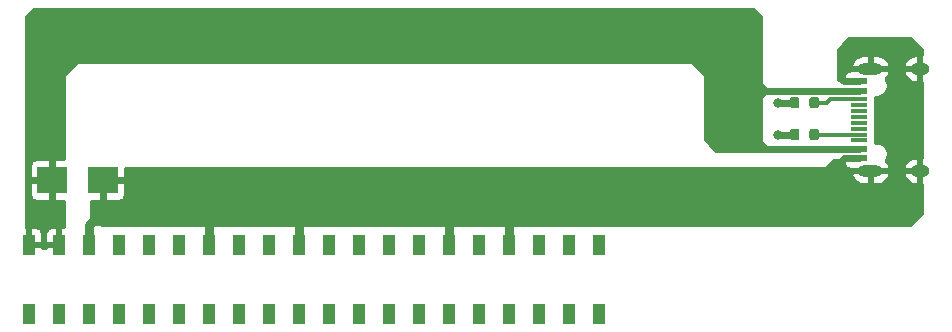
<source format=gtl>
G04 #@! TF.GenerationSoftware,KiCad,Pcbnew,(5.1.5)-3*
G04 #@! TF.CreationDate,2021-11-01T10:18:24+01:00*
G04 #@! TF.ProjectId,rp4b-power-adapter,72703462-2d70-46f7-9765-722d61646170,rev?*
G04 #@! TF.SameCoordinates,PX5f5e100PY6052340*
G04 #@! TF.FileFunction,Copper,L1,Top*
G04 #@! TF.FilePolarity,Positive*
%FSLAX46Y46*%
G04 Gerber Fmt 4.6, Leading zero omitted, Abs format (unit mm)*
G04 Created by KiCad (PCBNEW (5.1.5)-3) date 2021-11-01 10:18:24*
%MOMM*%
%LPD*%
G04 APERTURE LIST*
%ADD10R,1.020000X1.780000*%
%ADD11C,0.100000*%
%ADD12R,2.500000X2.300000*%
%ADD13R,1.450000X0.600000*%
%ADD14R,1.450000X0.300000*%
%ADD15O,2.100000X1.000000*%
%ADD16O,1.600000X1.000000*%
%ADD17C,0.800000*%
%ADD18C,0.600000*%
%ADD19C,0.800000*%
%ADD20C,0.300000*%
%ADD21C,0.400000*%
G04 APERTURE END LIST*
D10*
X49630000Y7410000D03*
X47090000Y7410000D03*
X44550000Y7410000D03*
X42010000Y7410000D03*
X39470000Y7410000D03*
X36930000Y7410000D03*
X34390000Y7410000D03*
X31850000Y7410000D03*
X29310000Y7410000D03*
X26770000Y7410000D03*
X24230000Y7410000D03*
X21690000Y7410000D03*
X19150000Y7410000D03*
X16610000Y7410000D03*
X14070000Y7410000D03*
X11530000Y7410000D03*
X8990000Y7410000D03*
X6450000Y7410000D03*
X3910000Y7410000D03*
X1370000Y7410000D03*
X49630000Y1590000D03*
X47090000Y1590000D03*
X44550000Y1590000D03*
X42010000Y1590000D03*
X39470000Y1590000D03*
X36930000Y1590000D03*
X34390000Y1590000D03*
X31850000Y1590000D03*
X29310000Y1590000D03*
X26770000Y1590000D03*
X24230000Y1590000D03*
X21690000Y1590000D03*
X19150000Y1590000D03*
X16610000Y1590000D03*
X14070000Y1590000D03*
X11530000Y1590000D03*
X8990000Y1590000D03*
X6450000Y1590000D03*
X3910000Y1590000D03*
X1370000Y1590000D03*
G04 #@! TA.AperFunction,SMDPad,CuDef*
D11*
G36*
X66444603Y17224037D02*
G01*
X66464018Y17221157D01*
X66483057Y17216388D01*
X66501537Y17209776D01*
X66519279Y17201384D01*
X66536114Y17191294D01*
X66551879Y17179602D01*
X66566421Y17166421D01*
X66579602Y17151879D01*
X66591294Y17136114D01*
X66601384Y17119279D01*
X66609776Y17101537D01*
X66616388Y17083057D01*
X66621157Y17064018D01*
X66624037Y17044603D01*
X66625000Y17025000D01*
X66625000Y16475000D01*
X66624037Y16455397D01*
X66621157Y16435982D01*
X66616388Y16416943D01*
X66609776Y16398463D01*
X66601384Y16380721D01*
X66591294Y16363886D01*
X66579602Y16348121D01*
X66566421Y16333579D01*
X66551879Y16320398D01*
X66536114Y16308706D01*
X66519279Y16298616D01*
X66501537Y16290224D01*
X66483057Y16283612D01*
X66464018Y16278843D01*
X66444603Y16275963D01*
X66425000Y16275000D01*
X66025000Y16275000D01*
X66005397Y16275963D01*
X65985982Y16278843D01*
X65966943Y16283612D01*
X65948463Y16290224D01*
X65930721Y16298616D01*
X65913886Y16308706D01*
X65898121Y16320398D01*
X65883579Y16333579D01*
X65870398Y16348121D01*
X65858706Y16363886D01*
X65848616Y16380721D01*
X65840224Y16398463D01*
X65833612Y16416943D01*
X65828843Y16435982D01*
X65825963Y16455397D01*
X65825000Y16475000D01*
X65825000Y17025000D01*
X65825963Y17044603D01*
X65828843Y17064018D01*
X65833612Y17083057D01*
X65840224Y17101537D01*
X65848616Y17119279D01*
X65858706Y17136114D01*
X65870398Y17151879D01*
X65883579Y17166421D01*
X65898121Y17179602D01*
X65913886Y17191294D01*
X65930721Y17201384D01*
X65948463Y17209776D01*
X65966943Y17216388D01*
X65985982Y17221157D01*
X66005397Y17224037D01*
X66025000Y17225000D01*
X66425000Y17225000D01*
X66444603Y17224037D01*
G37*
G04 #@! TD.AperFunction*
G04 #@! TA.AperFunction,SMDPad,CuDef*
G36*
X68094603Y17224037D02*
G01*
X68114018Y17221157D01*
X68133057Y17216388D01*
X68151537Y17209776D01*
X68169279Y17201384D01*
X68186114Y17191294D01*
X68201879Y17179602D01*
X68216421Y17166421D01*
X68229602Y17151879D01*
X68241294Y17136114D01*
X68251384Y17119279D01*
X68259776Y17101537D01*
X68266388Y17083057D01*
X68271157Y17064018D01*
X68274037Y17044603D01*
X68275000Y17025000D01*
X68275000Y16475000D01*
X68274037Y16455397D01*
X68271157Y16435982D01*
X68266388Y16416943D01*
X68259776Y16398463D01*
X68251384Y16380721D01*
X68241294Y16363886D01*
X68229602Y16348121D01*
X68216421Y16333579D01*
X68201879Y16320398D01*
X68186114Y16308706D01*
X68169279Y16298616D01*
X68151537Y16290224D01*
X68133057Y16283612D01*
X68114018Y16278843D01*
X68094603Y16275963D01*
X68075000Y16275000D01*
X67675000Y16275000D01*
X67655397Y16275963D01*
X67635982Y16278843D01*
X67616943Y16283612D01*
X67598463Y16290224D01*
X67580721Y16298616D01*
X67563886Y16308706D01*
X67548121Y16320398D01*
X67533579Y16333579D01*
X67520398Y16348121D01*
X67508706Y16363886D01*
X67498616Y16380721D01*
X67490224Y16398463D01*
X67483612Y16416943D01*
X67478843Y16435982D01*
X67475963Y16455397D01*
X67475000Y16475000D01*
X67475000Y17025000D01*
X67475963Y17044603D01*
X67478843Y17064018D01*
X67483612Y17083057D01*
X67490224Y17101537D01*
X67498616Y17119279D01*
X67508706Y17136114D01*
X67520398Y17151879D01*
X67533579Y17166421D01*
X67548121Y17179602D01*
X67563886Y17191294D01*
X67580721Y17201384D01*
X67598463Y17209776D01*
X67616943Y17216388D01*
X67635982Y17221157D01*
X67655397Y17224037D01*
X67675000Y17225000D01*
X68075000Y17225000D01*
X68094603Y17224037D01*
G37*
G04 #@! TD.AperFunction*
G04 #@! TA.AperFunction,SMDPad,CuDef*
G36*
X66444603Y19924037D02*
G01*
X66464018Y19921157D01*
X66483057Y19916388D01*
X66501537Y19909776D01*
X66519279Y19901384D01*
X66536114Y19891294D01*
X66551879Y19879602D01*
X66566421Y19866421D01*
X66579602Y19851879D01*
X66591294Y19836114D01*
X66601384Y19819279D01*
X66609776Y19801537D01*
X66616388Y19783057D01*
X66621157Y19764018D01*
X66624037Y19744603D01*
X66625000Y19725000D01*
X66625000Y19175000D01*
X66624037Y19155397D01*
X66621157Y19135982D01*
X66616388Y19116943D01*
X66609776Y19098463D01*
X66601384Y19080721D01*
X66591294Y19063886D01*
X66579602Y19048121D01*
X66566421Y19033579D01*
X66551879Y19020398D01*
X66536114Y19008706D01*
X66519279Y18998616D01*
X66501537Y18990224D01*
X66483057Y18983612D01*
X66464018Y18978843D01*
X66444603Y18975963D01*
X66425000Y18975000D01*
X66025000Y18975000D01*
X66005397Y18975963D01*
X65985982Y18978843D01*
X65966943Y18983612D01*
X65948463Y18990224D01*
X65930721Y18998616D01*
X65913886Y19008706D01*
X65898121Y19020398D01*
X65883579Y19033579D01*
X65870398Y19048121D01*
X65858706Y19063886D01*
X65848616Y19080721D01*
X65840224Y19098463D01*
X65833612Y19116943D01*
X65828843Y19135982D01*
X65825963Y19155397D01*
X65825000Y19175000D01*
X65825000Y19725000D01*
X65825963Y19744603D01*
X65828843Y19764018D01*
X65833612Y19783057D01*
X65840224Y19801537D01*
X65848616Y19819279D01*
X65858706Y19836114D01*
X65870398Y19851879D01*
X65883579Y19866421D01*
X65898121Y19879602D01*
X65913886Y19891294D01*
X65930721Y19901384D01*
X65948463Y19909776D01*
X65966943Y19916388D01*
X65985982Y19921157D01*
X66005397Y19924037D01*
X66025000Y19925000D01*
X66425000Y19925000D01*
X66444603Y19924037D01*
G37*
G04 #@! TD.AperFunction*
G04 #@! TA.AperFunction,SMDPad,CuDef*
G36*
X68094603Y19924037D02*
G01*
X68114018Y19921157D01*
X68133057Y19916388D01*
X68151537Y19909776D01*
X68169279Y19901384D01*
X68186114Y19891294D01*
X68201879Y19879602D01*
X68216421Y19866421D01*
X68229602Y19851879D01*
X68241294Y19836114D01*
X68251384Y19819279D01*
X68259776Y19801537D01*
X68266388Y19783057D01*
X68271157Y19764018D01*
X68274037Y19744603D01*
X68275000Y19725000D01*
X68275000Y19175000D01*
X68274037Y19155397D01*
X68271157Y19135982D01*
X68266388Y19116943D01*
X68259776Y19098463D01*
X68251384Y19080721D01*
X68241294Y19063886D01*
X68229602Y19048121D01*
X68216421Y19033579D01*
X68201879Y19020398D01*
X68186114Y19008706D01*
X68169279Y18998616D01*
X68151537Y18990224D01*
X68133057Y18983612D01*
X68114018Y18978843D01*
X68094603Y18975963D01*
X68075000Y18975000D01*
X67675000Y18975000D01*
X67655397Y18975963D01*
X67635982Y18978843D01*
X67616943Y18983612D01*
X67598463Y18990224D01*
X67580721Y18998616D01*
X67563886Y19008706D01*
X67548121Y19020398D01*
X67533579Y19033579D01*
X67520398Y19048121D01*
X67508706Y19063886D01*
X67498616Y19080721D01*
X67490224Y19098463D01*
X67483612Y19116943D01*
X67478843Y19135982D01*
X67475963Y19155397D01*
X67475000Y19175000D01*
X67475000Y19725000D01*
X67475963Y19744603D01*
X67478843Y19764018D01*
X67483612Y19783057D01*
X67490224Y19801537D01*
X67498616Y19819279D01*
X67508706Y19836114D01*
X67520398Y19851879D01*
X67533579Y19866421D01*
X67548121Y19879602D01*
X67563886Y19891294D01*
X67580721Y19901384D01*
X67598463Y19909776D01*
X67616943Y19916388D01*
X67635982Y19921157D01*
X67655397Y19924037D01*
X67675000Y19925000D01*
X68075000Y19925000D01*
X68094603Y19924037D01*
G37*
G04 #@! TD.AperFunction*
D12*
X7650000Y12900000D03*
X3350000Y12900000D03*
D13*
X71705000Y21250000D03*
X71705000Y20450000D03*
X71705000Y15550000D03*
X71705000Y14750000D03*
X71705000Y14750000D03*
X71705000Y15550000D03*
X71705000Y20450000D03*
X71705000Y21250000D03*
D14*
X71705000Y16250000D03*
X71705000Y16750000D03*
X71705000Y17250000D03*
X71705000Y18250000D03*
X71705000Y18750000D03*
X71705000Y19250000D03*
X71705000Y19750000D03*
X71705000Y17750000D03*
D15*
X72620000Y22320000D03*
X72620000Y13680000D03*
D16*
X76800000Y13680000D03*
X76800000Y22320000D03*
D17*
X64800000Y16750000D03*
X64800000Y19450000D03*
D18*
X66225000Y16750000D02*
X64800000Y16750000D01*
X70380000Y14750000D02*
X69630000Y14000000D01*
X71705000Y14750000D02*
X70380000Y14750000D01*
X70380000Y21250000D02*
X70100000Y21530000D01*
X71705000Y21250000D02*
X70380000Y21250000D01*
X66225000Y19450000D02*
X64800000Y19450000D01*
D19*
X6450000Y7410000D02*
X6450000Y9100000D01*
X6900000Y9550000D02*
X6900000Y10200000D01*
X6500000Y9100000D02*
X6600000Y9200000D01*
X6450000Y9100000D02*
X6500000Y9100000D01*
X6600000Y9200000D02*
X6900000Y9550000D01*
X6600000Y9200000D02*
X6800000Y9400000D01*
X6800000Y9400000D02*
X8100000Y9400000D01*
X16610000Y9100000D02*
X16600000Y9110000D01*
X16610000Y7410000D02*
X16610000Y9100000D01*
X24230000Y9100000D02*
X24250000Y9120000D01*
X24230000Y7410000D02*
X24230000Y9100000D01*
X36930000Y7410000D02*
X36930000Y9100000D01*
X42010000Y9100000D02*
X42000000Y9110000D01*
X42010000Y7410000D02*
X42010000Y9100000D01*
X16610000Y9100000D02*
X16610000Y9610000D01*
X24230000Y9100000D02*
X24230000Y9520000D01*
X42010000Y9100000D02*
X42010000Y9590000D01*
X36930000Y9100000D02*
X36930000Y9530000D01*
D18*
X63750000Y15550000D02*
X63200000Y16100000D01*
X71705000Y20450000D02*
X63750000Y20450000D01*
X63750000Y20450000D02*
X63200000Y21000000D01*
X63750000Y20450000D02*
X63200000Y19900000D01*
X62350000Y15550000D02*
X62800000Y16000000D01*
X71705000Y15550000D02*
X62350000Y15550000D01*
D20*
X71705000Y19750000D02*
X69250000Y19750000D01*
X68950000Y19450000D02*
X67875000Y19450000D01*
X69250000Y19750000D02*
X68950000Y19450000D01*
X71705000Y16750000D02*
X67875000Y16750000D01*
D21*
G36*
X4300000Y14760417D02*
G01*
X3581000Y14758000D01*
X3404000Y14581000D01*
X3404000Y12954000D01*
X3424000Y12954000D01*
X3424000Y12846000D01*
X3404000Y12846000D01*
X3404000Y11219000D01*
X3581000Y11042000D01*
X4300000Y11039583D01*
X4300000Y9009952D01*
X4141000Y9008000D01*
X3964000Y8831000D01*
X3964000Y7464000D01*
X3984000Y7464000D01*
X3984000Y7356000D01*
X3964000Y7356000D01*
X3964000Y7336000D01*
X3856000Y7336000D01*
X3856000Y7356000D01*
X2869000Y7356000D01*
X2713000Y7200000D01*
X2567000Y7200000D01*
X2411000Y7356000D01*
X1424000Y7356000D01*
X1424000Y7336000D01*
X1316000Y7336000D01*
X1316000Y7356000D01*
X1296000Y7356000D01*
X1296000Y7464000D01*
X1316000Y7464000D01*
X1316000Y8831000D01*
X1424000Y8831000D01*
X1424000Y7464000D01*
X2411000Y7464000D01*
X2588000Y7641000D01*
X2591426Y8300000D01*
X2688574Y8300000D01*
X2692000Y7641000D01*
X2869000Y7464000D01*
X3856000Y7464000D01*
X3856000Y8831000D01*
X3679000Y9008000D01*
X3400000Y9011426D01*
X3261208Y8997756D01*
X3127749Y8957272D01*
X3004753Y8891529D01*
X2896946Y8803054D01*
X2808471Y8695247D01*
X2742728Y8572251D01*
X2702244Y8438792D01*
X2688574Y8300000D01*
X2591426Y8300000D01*
X2577756Y8438792D01*
X2537272Y8572251D01*
X2471529Y8695247D01*
X2383054Y8803054D01*
X2275247Y8891529D01*
X2152251Y8957272D01*
X2018792Y8997756D01*
X1880000Y9011426D01*
X1601000Y9008000D01*
X1424000Y8831000D01*
X1316000Y8831000D01*
X1200000Y8947000D01*
X1200000Y11750000D01*
X1388574Y11750000D01*
X1402244Y11611208D01*
X1442728Y11477749D01*
X1508471Y11354753D01*
X1596946Y11246946D01*
X1704753Y11158471D01*
X1827749Y11092728D01*
X1961208Y11052244D01*
X2100000Y11038574D01*
X3119000Y11042000D01*
X3296000Y11219000D01*
X3296000Y12846000D01*
X1569000Y12846000D01*
X1392000Y12669000D01*
X1388574Y11750000D01*
X1200000Y11750000D01*
X1200000Y14050000D01*
X1388574Y14050000D01*
X1392000Y13131000D01*
X1569000Y12954000D01*
X3296000Y12954000D01*
X3296000Y14581000D01*
X3119000Y14758000D01*
X2100000Y14761426D01*
X1961208Y14747756D01*
X1827749Y14707272D01*
X1704753Y14641529D01*
X1596946Y14553054D01*
X1508471Y14445247D01*
X1442728Y14322251D01*
X1402244Y14188792D01*
X1388574Y14050000D01*
X1200000Y14050000D01*
X1200000Y16900000D01*
X4300000Y16900000D01*
X4300000Y14760417D01*
G37*
X4300000Y14760417D02*
X3581000Y14758000D01*
X3404000Y14581000D01*
X3404000Y12954000D01*
X3424000Y12954000D01*
X3424000Y12846000D01*
X3404000Y12846000D01*
X3404000Y11219000D01*
X3581000Y11042000D01*
X4300000Y11039583D01*
X4300000Y9009952D01*
X4141000Y9008000D01*
X3964000Y8831000D01*
X3964000Y7464000D01*
X3984000Y7464000D01*
X3984000Y7356000D01*
X3964000Y7356000D01*
X3964000Y7336000D01*
X3856000Y7336000D01*
X3856000Y7356000D01*
X2869000Y7356000D01*
X2713000Y7200000D01*
X2567000Y7200000D01*
X2411000Y7356000D01*
X1424000Y7356000D01*
X1424000Y7336000D01*
X1316000Y7336000D01*
X1316000Y7356000D01*
X1296000Y7356000D01*
X1296000Y7464000D01*
X1316000Y7464000D01*
X1316000Y8831000D01*
X1424000Y8831000D01*
X1424000Y7464000D01*
X2411000Y7464000D01*
X2588000Y7641000D01*
X2591426Y8300000D01*
X2688574Y8300000D01*
X2692000Y7641000D01*
X2869000Y7464000D01*
X3856000Y7464000D01*
X3856000Y8831000D01*
X3679000Y9008000D01*
X3400000Y9011426D01*
X3261208Y8997756D01*
X3127749Y8957272D01*
X3004753Y8891529D01*
X2896946Y8803054D01*
X2808471Y8695247D01*
X2742728Y8572251D01*
X2702244Y8438792D01*
X2688574Y8300000D01*
X2591426Y8300000D01*
X2577756Y8438792D01*
X2537272Y8572251D01*
X2471529Y8695247D01*
X2383054Y8803054D01*
X2275247Y8891529D01*
X2152251Y8957272D01*
X2018792Y8997756D01*
X1880000Y9011426D01*
X1601000Y9008000D01*
X1424000Y8831000D01*
X1316000Y8831000D01*
X1200000Y8947000D01*
X1200000Y11750000D01*
X1388574Y11750000D01*
X1402244Y11611208D01*
X1442728Y11477749D01*
X1508471Y11354753D01*
X1596946Y11246946D01*
X1704753Y11158471D01*
X1827749Y11092728D01*
X1961208Y11052244D01*
X2100000Y11038574D01*
X3119000Y11042000D01*
X3296000Y11219000D01*
X3296000Y12846000D01*
X1569000Y12846000D01*
X1392000Y12669000D01*
X1388574Y11750000D01*
X1200000Y11750000D01*
X1200000Y14050000D01*
X1388574Y14050000D01*
X1392000Y13131000D01*
X1569000Y12954000D01*
X3296000Y12954000D01*
X3296000Y14581000D01*
X3119000Y14758000D01*
X2100000Y14761426D01*
X1961208Y14747756D01*
X1827749Y14707272D01*
X1704753Y14641529D01*
X1596946Y14553054D01*
X1508471Y14445247D01*
X1442728Y14322251D01*
X1402244Y14188792D01*
X1388574Y14050000D01*
X1200000Y14050000D01*
X1200000Y16900000D01*
X4300000Y16900000D01*
X4300000Y14760417D01*
G36*
X63300000Y26667158D02*
G01*
X63300000Y16332842D01*
X62417158Y15450000D01*
X59582842Y15450000D01*
X58700000Y16332842D01*
X58700000Y21750000D01*
X58696157Y21789018D01*
X58684776Y21826537D01*
X58666294Y21861114D01*
X58641421Y21891421D01*
X57641421Y22891421D01*
X57611114Y22916294D01*
X57576537Y22934776D01*
X57539018Y22946157D01*
X57500000Y22950000D01*
X5500000Y22950000D01*
X5460982Y22946157D01*
X5423463Y22934776D01*
X5388886Y22916294D01*
X5358579Y22891421D01*
X4358579Y21891421D01*
X4333706Y21861114D01*
X4315224Y21826537D01*
X4303843Y21789018D01*
X4300000Y21750000D01*
X4300000Y16832842D01*
X3417158Y15950000D01*
X2082842Y15950000D01*
X1200000Y16832842D01*
X1200000Y26667158D01*
X1799842Y27267000D01*
X62700158Y27267000D01*
X63300000Y26667158D01*
G37*
X63300000Y26667158D02*
X63300000Y16332842D01*
X62417158Y15450000D01*
X59582842Y15450000D01*
X58700000Y16332842D01*
X58700000Y21750000D01*
X58696157Y21789018D01*
X58684776Y21826537D01*
X58666294Y21861114D01*
X58641421Y21891421D01*
X57641421Y22891421D01*
X57611114Y22916294D01*
X57576537Y22934776D01*
X57539018Y22946157D01*
X57500000Y22950000D01*
X5500000Y22950000D01*
X5460982Y22946157D01*
X5423463Y22934776D01*
X5388886Y22916294D01*
X5358579Y22891421D01*
X4358579Y21891421D01*
X4333706Y21861114D01*
X4315224Y21826537D01*
X4303843Y21789018D01*
X4300000Y21750000D01*
X4300000Y16832842D01*
X3417158Y15950000D01*
X2082842Y15950000D01*
X1200000Y16832842D01*
X1200000Y26667158D01*
X1799842Y27267000D01*
X62700158Y27267000D01*
X63300000Y26667158D01*
G36*
X63300000Y15450000D02*
G01*
X62950000Y15450000D01*
X62950000Y16300000D01*
X63300000Y16300000D01*
X63300000Y15450000D01*
G37*
X63300000Y15450000D02*
X62950000Y15450000D01*
X62950000Y16300000D01*
X63300000Y16300000D01*
X63300000Y15450000D01*
G36*
X76900000Y23917158D02*
G01*
X76900000Y23528000D01*
X76854000Y23528000D01*
X76854000Y22374000D01*
X76874000Y22374000D01*
X76874000Y22266000D01*
X76854000Y22266000D01*
X76854000Y21112000D01*
X76900000Y21112000D01*
X76900000Y14888000D01*
X76854000Y14888000D01*
X76854000Y13734000D01*
X76874000Y13734000D01*
X76874000Y13626000D01*
X76854000Y13626000D01*
X76854000Y12472000D01*
X76900000Y12472000D01*
X76900000Y10082842D01*
X76017158Y9200000D01*
X7582842Y9200000D01*
X6700000Y10082842D01*
X6700000Y11039583D01*
X7419000Y11042000D01*
X7596000Y11219000D01*
X7596000Y12846000D01*
X7704000Y12846000D01*
X7704000Y11219000D01*
X7881000Y11042000D01*
X8900000Y11038574D01*
X9038792Y11052244D01*
X9172251Y11092728D01*
X9295247Y11158471D01*
X9403054Y11246946D01*
X9491529Y11354753D01*
X9557272Y11477749D01*
X9597756Y11611208D01*
X9611426Y11750000D01*
X9608000Y12669000D01*
X9431000Y12846000D01*
X7704000Y12846000D01*
X7596000Y12846000D01*
X7576000Y12846000D01*
X7576000Y12954000D01*
X7596000Y12954000D01*
X7596000Y12974000D01*
X7704000Y12974000D01*
X7704000Y12954000D01*
X9431000Y12954000D01*
X9608000Y13131000D01*
X9609144Y13437881D01*
X70886513Y13437881D01*
X70933288Y13267608D01*
X71035583Y13053770D01*
X71177630Y12863998D01*
X71353971Y12705585D01*
X71557828Y12584618D01*
X71781368Y12505746D01*
X72016000Y12472000D01*
X72566000Y12472000D01*
X72566000Y13626000D01*
X72674000Y13626000D01*
X72674000Y12472000D01*
X73224000Y12472000D01*
X73458632Y12505746D01*
X73682172Y12584618D01*
X73886029Y12705585D01*
X74062370Y12863998D01*
X74204417Y13053770D01*
X74306712Y13267608D01*
X74353487Y13437881D01*
X75316513Y13437881D01*
X75363288Y13267608D01*
X75465583Y13053770D01*
X75607630Y12863998D01*
X75783971Y12705585D01*
X75987828Y12584618D01*
X76211368Y12505746D01*
X76446000Y12472000D01*
X76746000Y12472000D01*
X76746000Y13626000D01*
X75470415Y13626000D01*
X75316513Y13437881D01*
X74353487Y13437881D01*
X74199585Y13626000D01*
X72674000Y13626000D01*
X72566000Y13626000D01*
X71040415Y13626000D01*
X70886513Y13437881D01*
X9609144Y13437881D01*
X9610494Y13800000D01*
X68750000Y13800000D01*
X68789018Y13803843D01*
X68826537Y13815224D01*
X68861114Y13833706D01*
X68891421Y13858579D01*
X69574842Y14542000D01*
X70295000Y14542000D01*
X70272000Y14519000D01*
X70268574Y14450000D01*
X70282244Y14311208D01*
X70322728Y14177749D01*
X70388471Y14054753D01*
X70476946Y13946946D01*
X70584753Y13858471D01*
X70707749Y13792728D01*
X70841208Y13752244D01*
X70980000Y13738574D01*
X71036353Y13738965D01*
X71040415Y13734000D01*
X72566000Y13734000D01*
X72566000Y13751969D01*
X72568792Y13752244D01*
X72574581Y13754000D01*
X72674000Y13754000D01*
X72674000Y13734000D01*
X74199585Y13734000D01*
X74353487Y13922119D01*
X75316513Y13922119D01*
X75470415Y13734000D01*
X76746000Y13734000D01*
X76746000Y14888000D01*
X76446000Y14888000D01*
X76211368Y14854254D01*
X75987828Y14775382D01*
X75783971Y14654415D01*
X75607630Y14496002D01*
X75465583Y14306230D01*
X75363288Y14092392D01*
X75316513Y13922119D01*
X74353487Y13922119D01*
X74306712Y14092392D01*
X74204417Y14306230D01*
X74062370Y14496002D01*
X74012220Y14541053D01*
X74065433Y14620691D01*
X74143302Y14808685D01*
X74183000Y15008258D01*
X74183000Y15211742D01*
X74143302Y15411315D01*
X74065433Y15599309D01*
X73952383Y15768499D01*
X73808499Y15912383D01*
X73639309Y16025433D01*
X73451315Y16103302D01*
X73251742Y16143000D01*
X73141425Y16143000D01*
X73141425Y16400000D01*
X73131576Y16500000D01*
X73141425Y16600000D01*
X73141425Y16900000D01*
X73131576Y17000000D01*
X73141425Y17100000D01*
X73141425Y17400000D01*
X73131576Y17500000D01*
X73141425Y17600000D01*
X73141425Y17900000D01*
X73131576Y18000000D01*
X73141425Y18100000D01*
X73141425Y18400000D01*
X73131576Y18500000D01*
X73141425Y18600000D01*
X73141425Y18900000D01*
X73131576Y19000000D01*
X73141425Y19100000D01*
X73141425Y19400000D01*
X73131576Y19500000D01*
X73141425Y19600000D01*
X73141425Y19857000D01*
X73251742Y19857000D01*
X73451315Y19896698D01*
X73639309Y19974567D01*
X73808499Y20087617D01*
X73952383Y20231501D01*
X74065433Y20400691D01*
X74143302Y20588685D01*
X74183000Y20788258D01*
X74183000Y20991742D01*
X74143302Y21191315D01*
X74065433Y21379309D01*
X74012220Y21458947D01*
X74062370Y21503998D01*
X74204417Y21693770D01*
X74306712Y21907608D01*
X74353487Y22077881D01*
X75316513Y22077881D01*
X75363288Y21907608D01*
X75465583Y21693770D01*
X75607630Y21503998D01*
X75783971Y21345585D01*
X75987828Y21224618D01*
X76211368Y21145746D01*
X76446000Y21112000D01*
X76746000Y21112000D01*
X76746000Y22266000D01*
X75470415Y22266000D01*
X75316513Y22077881D01*
X74353487Y22077881D01*
X74199585Y22266000D01*
X72674000Y22266000D01*
X72674000Y22246000D01*
X72574581Y22246000D01*
X72568792Y22247756D01*
X72566000Y22248031D01*
X72566000Y22266000D01*
X71040415Y22266000D01*
X71036353Y22261035D01*
X70980000Y22261426D01*
X70841208Y22247756D01*
X70707749Y22207272D01*
X70584753Y22141529D01*
X70476946Y22053054D01*
X70388471Y21945247D01*
X70322728Y21822251D01*
X70282244Y21688792D01*
X70268574Y21550000D01*
X70272000Y21481000D01*
X70295000Y21458000D01*
X69950000Y21458000D01*
X69950000Y22562119D01*
X70886513Y22562119D01*
X71040415Y22374000D01*
X72566000Y22374000D01*
X72566000Y23528000D01*
X72674000Y23528000D01*
X72674000Y22374000D01*
X74199585Y22374000D01*
X74353487Y22562119D01*
X75316513Y22562119D01*
X75470415Y22374000D01*
X76746000Y22374000D01*
X76746000Y23528000D01*
X76446000Y23528000D01*
X76211368Y23494254D01*
X75987828Y23415382D01*
X75783971Y23294415D01*
X75607630Y23136002D01*
X75465583Y22946230D01*
X75363288Y22732392D01*
X75316513Y22562119D01*
X74353487Y22562119D01*
X74306712Y22732392D01*
X74204417Y22946230D01*
X74062370Y23136002D01*
X73886029Y23294415D01*
X73682172Y23415382D01*
X73458632Y23494254D01*
X73224000Y23528000D01*
X72674000Y23528000D01*
X72566000Y23528000D01*
X72016000Y23528000D01*
X71781368Y23494254D01*
X71557828Y23415382D01*
X71353971Y23294415D01*
X71177630Y23136002D01*
X71035583Y22946230D01*
X70933288Y22732392D01*
X70886513Y22562119D01*
X69950000Y22562119D01*
X69950000Y23917158D01*
X70832842Y24800000D01*
X76017158Y24800000D01*
X76900000Y23917158D01*
G37*
X76900000Y23917158D02*
X76900000Y23528000D01*
X76854000Y23528000D01*
X76854000Y22374000D01*
X76874000Y22374000D01*
X76874000Y22266000D01*
X76854000Y22266000D01*
X76854000Y21112000D01*
X76900000Y21112000D01*
X76900000Y14888000D01*
X76854000Y14888000D01*
X76854000Y13734000D01*
X76874000Y13734000D01*
X76874000Y13626000D01*
X76854000Y13626000D01*
X76854000Y12472000D01*
X76900000Y12472000D01*
X76900000Y10082842D01*
X76017158Y9200000D01*
X7582842Y9200000D01*
X6700000Y10082842D01*
X6700000Y11039583D01*
X7419000Y11042000D01*
X7596000Y11219000D01*
X7596000Y12846000D01*
X7704000Y12846000D01*
X7704000Y11219000D01*
X7881000Y11042000D01*
X8900000Y11038574D01*
X9038792Y11052244D01*
X9172251Y11092728D01*
X9295247Y11158471D01*
X9403054Y11246946D01*
X9491529Y11354753D01*
X9557272Y11477749D01*
X9597756Y11611208D01*
X9611426Y11750000D01*
X9608000Y12669000D01*
X9431000Y12846000D01*
X7704000Y12846000D01*
X7596000Y12846000D01*
X7576000Y12846000D01*
X7576000Y12954000D01*
X7596000Y12954000D01*
X7596000Y12974000D01*
X7704000Y12974000D01*
X7704000Y12954000D01*
X9431000Y12954000D01*
X9608000Y13131000D01*
X9609144Y13437881D01*
X70886513Y13437881D01*
X70933288Y13267608D01*
X71035583Y13053770D01*
X71177630Y12863998D01*
X71353971Y12705585D01*
X71557828Y12584618D01*
X71781368Y12505746D01*
X72016000Y12472000D01*
X72566000Y12472000D01*
X72566000Y13626000D01*
X72674000Y13626000D01*
X72674000Y12472000D01*
X73224000Y12472000D01*
X73458632Y12505746D01*
X73682172Y12584618D01*
X73886029Y12705585D01*
X74062370Y12863998D01*
X74204417Y13053770D01*
X74306712Y13267608D01*
X74353487Y13437881D01*
X75316513Y13437881D01*
X75363288Y13267608D01*
X75465583Y13053770D01*
X75607630Y12863998D01*
X75783971Y12705585D01*
X75987828Y12584618D01*
X76211368Y12505746D01*
X76446000Y12472000D01*
X76746000Y12472000D01*
X76746000Y13626000D01*
X75470415Y13626000D01*
X75316513Y13437881D01*
X74353487Y13437881D01*
X74199585Y13626000D01*
X72674000Y13626000D01*
X72566000Y13626000D01*
X71040415Y13626000D01*
X70886513Y13437881D01*
X9609144Y13437881D01*
X9610494Y13800000D01*
X68750000Y13800000D01*
X68789018Y13803843D01*
X68826537Y13815224D01*
X68861114Y13833706D01*
X68891421Y13858579D01*
X69574842Y14542000D01*
X70295000Y14542000D01*
X70272000Y14519000D01*
X70268574Y14450000D01*
X70282244Y14311208D01*
X70322728Y14177749D01*
X70388471Y14054753D01*
X70476946Y13946946D01*
X70584753Y13858471D01*
X70707749Y13792728D01*
X70841208Y13752244D01*
X70980000Y13738574D01*
X71036353Y13738965D01*
X71040415Y13734000D01*
X72566000Y13734000D01*
X72566000Y13751969D01*
X72568792Y13752244D01*
X72574581Y13754000D01*
X72674000Y13754000D01*
X72674000Y13734000D01*
X74199585Y13734000D01*
X74353487Y13922119D01*
X75316513Y13922119D01*
X75470415Y13734000D01*
X76746000Y13734000D01*
X76746000Y14888000D01*
X76446000Y14888000D01*
X76211368Y14854254D01*
X75987828Y14775382D01*
X75783971Y14654415D01*
X75607630Y14496002D01*
X75465583Y14306230D01*
X75363288Y14092392D01*
X75316513Y13922119D01*
X74353487Y13922119D01*
X74306712Y14092392D01*
X74204417Y14306230D01*
X74062370Y14496002D01*
X74012220Y14541053D01*
X74065433Y14620691D01*
X74143302Y14808685D01*
X74183000Y15008258D01*
X74183000Y15211742D01*
X74143302Y15411315D01*
X74065433Y15599309D01*
X73952383Y15768499D01*
X73808499Y15912383D01*
X73639309Y16025433D01*
X73451315Y16103302D01*
X73251742Y16143000D01*
X73141425Y16143000D01*
X73141425Y16400000D01*
X73131576Y16500000D01*
X73141425Y16600000D01*
X73141425Y16900000D01*
X73131576Y17000000D01*
X73141425Y17100000D01*
X73141425Y17400000D01*
X73131576Y17500000D01*
X73141425Y17600000D01*
X73141425Y17900000D01*
X73131576Y18000000D01*
X73141425Y18100000D01*
X73141425Y18400000D01*
X73131576Y18500000D01*
X73141425Y18600000D01*
X73141425Y18900000D01*
X73131576Y19000000D01*
X73141425Y19100000D01*
X73141425Y19400000D01*
X73131576Y19500000D01*
X73141425Y19600000D01*
X73141425Y19857000D01*
X73251742Y19857000D01*
X73451315Y19896698D01*
X73639309Y19974567D01*
X73808499Y20087617D01*
X73952383Y20231501D01*
X74065433Y20400691D01*
X74143302Y20588685D01*
X74183000Y20788258D01*
X74183000Y20991742D01*
X74143302Y21191315D01*
X74065433Y21379309D01*
X74012220Y21458947D01*
X74062370Y21503998D01*
X74204417Y21693770D01*
X74306712Y21907608D01*
X74353487Y22077881D01*
X75316513Y22077881D01*
X75363288Y21907608D01*
X75465583Y21693770D01*
X75607630Y21503998D01*
X75783971Y21345585D01*
X75987828Y21224618D01*
X76211368Y21145746D01*
X76446000Y21112000D01*
X76746000Y21112000D01*
X76746000Y22266000D01*
X75470415Y22266000D01*
X75316513Y22077881D01*
X74353487Y22077881D01*
X74199585Y22266000D01*
X72674000Y22266000D01*
X72674000Y22246000D01*
X72574581Y22246000D01*
X72568792Y22247756D01*
X72566000Y22248031D01*
X72566000Y22266000D01*
X71040415Y22266000D01*
X71036353Y22261035D01*
X70980000Y22261426D01*
X70841208Y22247756D01*
X70707749Y22207272D01*
X70584753Y22141529D01*
X70476946Y22053054D01*
X70388471Y21945247D01*
X70322728Y21822251D01*
X70282244Y21688792D01*
X70268574Y21550000D01*
X70272000Y21481000D01*
X70295000Y21458000D01*
X69950000Y21458000D01*
X69950000Y22562119D01*
X70886513Y22562119D01*
X71040415Y22374000D01*
X72566000Y22374000D01*
X72566000Y23528000D01*
X72674000Y23528000D01*
X72674000Y22374000D01*
X74199585Y22374000D01*
X74353487Y22562119D01*
X75316513Y22562119D01*
X75470415Y22374000D01*
X76746000Y22374000D01*
X76746000Y23528000D01*
X76446000Y23528000D01*
X76211368Y23494254D01*
X75987828Y23415382D01*
X75783971Y23294415D01*
X75607630Y23136002D01*
X75465583Y22946230D01*
X75363288Y22732392D01*
X75316513Y22562119D01*
X74353487Y22562119D01*
X74306712Y22732392D01*
X74204417Y22946230D01*
X74062370Y23136002D01*
X73886029Y23294415D01*
X73682172Y23415382D01*
X73458632Y23494254D01*
X73224000Y23528000D01*
X72674000Y23528000D01*
X72566000Y23528000D01*
X72016000Y23528000D01*
X71781368Y23494254D01*
X71557828Y23415382D01*
X71353971Y23294415D01*
X71177630Y23136002D01*
X71035583Y22946230D01*
X70933288Y22732392D01*
X70886513Y22562119D01*
X69950000Y22562119D01*
X69950000Y23917158D01*
X70832842Y24800000D01*
X76017158Y24800000D01*
X76900000Y23917158D01*
M02*

</source>
